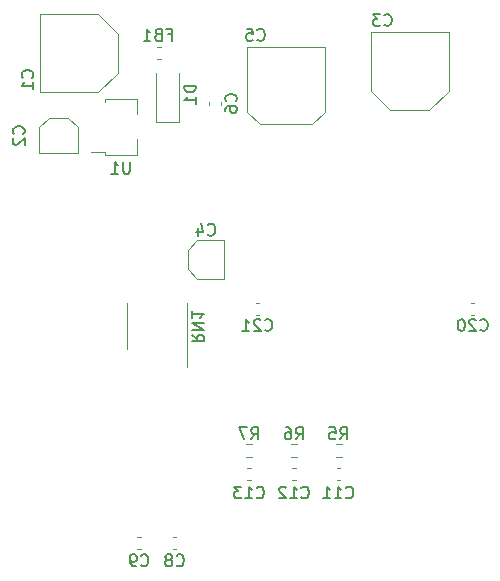
<source format=gbr>
%TF.GenerationSoftware,KiCad,Pcbnew,(5.1.10)-1*%
%TF.CreationDate,2022-02-04T20:39:48+09:00*%
%TF.ProjectId,Power,506f7765-722e-46b6-9963-61645f706362,rev?*%
%TF.SameCoordinates,Original*%
%TF.FileFunction,Legend,Bot*%
%TF.FilePolarity,Positive*%
%FSLAX46Y46*%
G04 Gerber Fmt 4.6, Leading zero omitted, Abs format (unit mm)*
G04 Created by KiCad (PCBNEW (5.1.10)-1) date 2022-02-04 20:39:48*
%MOMM*%
%LPD*%
G01*
G04 APERTURE LIST*
%ADD10C,0.120000*%
%ADD11C,0.150000*%
G04 APERTURE END LIST*
D10*
%TO.C,C1*%
X-17900000Y22650000D02*
X-17900000Y19350000D01*
X-17900000Y19350000D02*
X-14600000Y19350000D01*
X-17900000Y22650000D02*
X-17900000Y25950000D01*
X-17900000Y25950000D02*
X-14600000Y25950000D01*
X-11300000Y21000000D02*
X-12950000Y19350000D01*
X-14600000Y19350000D02*
X-12950000Y19350000D01*
X-11300000Y21000000D02*
X-11300000Y24300000D01*
X-11300000Y24300000D02*
X-12950000Y25950000D01*
X-12950000Y25950000D02*
X-14600000Y25950000D01*
%TO.C,C2*%
X-18000000Y16400000D02*
X-18000000Y14150000D01*
X-15525000Y17150000D02*
X-17175000Y17150000D01*
X-14700000Y16400000D02*
X-14700000Y14150000D01*
X-17175000Y17150000D02*
X-18000000Y16400000D01*
X-14700000Y16400000D02*
X-15525000Y17150000D01*
X-14700000Y14150000D02*
X-18000000Y14150000D01*
%TO.C,C3*%
X13400000Y24400000D02*
X10100000Y24400000D01*
X10100000Y24400000D02*
X10100000Y21100000D01*
X13400000Y24400000D02*
X16700000Y24400000D01*
X16700000Y24400000D02*
X16700000Y21100000D01*
X11750000Y17800000D02*
X10100000Y19450000D01*
X10100000Y21100000D02*
X10100000Y19450000D01*
X11750000Y17800000D02*
X15050000Y17800000D01*
X15050000Y17800000D02*
X16700000Y19450000D01*
X16700000Y19450000D02*
X16700000Y21100000D01*
%TO.C,C4*%
X-2350000Y6800000D02*
X-2350000Y3500000D01*
X-4600000Y6800000D02*
X-5350000Y5975000D01*
X-5350000Y4325000D02*
X-4600000Y3500000D01*
X-4600000Y6800000D02*
X-2350000Y6800000D01*
X-5350000Y5975000D02*
X-5350000Y4325000D01*
X-4600000Y3500000D02*
X-2350000Y3500000D01*
%TO.C,C5*%
X-400000Y23200000D02*
X6200000Y23200000D01*
X6200000Y23200000D02*
X6200000Y17700000D01*
X6200000Y17700000D02*
X5100000Y16600000D01*
X5100000Y16600000D02*
X700000Y16600000D01*
X700000Y16600000D02*
X-400000Y17700000D01*
X-400000Y17700000D02*
X-400000Y23200000D01*
%TO.C,C6*%
X-3610000Y18259420D02*
X-3610000Y18540580D01*
X-2590000Y18259420D02*
X-2590000Y18540580D01*
%TO.C,C8*%
X-6359420Y-18290000D02*
X-6640580Y-18290000D01*
X-6359420Y-19310000D02*
X-6640580Y-19310000D01*
%TO.C,C9*%
X-9640580Y-18290000D02*
X-9359420Y-18290000D01*
X-9640580Y-19310000D02*
X-9359420Y-19310000D01*
%TO.C,C11*%
X7540580Y-13510000D02*
X7259420Y-13510000D01*
X7540580Y-12490000D02*
X7259420Y-12490000D01*
%TO.C,C12*%
X3740580Y-12490000D02*
X3459420Y-12490000D01*
X3740580Y-13510000D02*
X3459420Y-13510000D01*
%TO.C,C13*%
X-59420Y-12490000D02*
X-340580Y-12490000D01*
X-59420Y-13510000D02*
X-340580Y-13510000D01*
%TO.C,C20*%
X18609420Y490000D02*
X18890580Y490000D01*
X18609420Y1510000D02*
X18890580Y1510000D01*
%TO.C,C21*%
X359420Y1510000D02*
X640580Y1510000D01*
X359420Y490000D02*
X640580Y490000D01*
%TO.C,D1*%
X-8100000Y16837500D02*
X-8100000Y21000000D01*
X-6100000Y16837500D02*
X-8100000Y16837500D01*
X-6100000Y21000000D02*
X-6100000Y16837500D01*
%TO.C,FB1*%
X-8012779Y22140000D02*
X-7687221Y22140000D01*
X-8012779Y23160000D02*
X-7687221Y23160000D01*
%TO.C,R5*%
X7162742Y-10477500D02*
X7637258Y-10477500D01*
X7162742Y-11522500D02*
X7637258Y-11522500D01*
%TO.C,R6*%
X3362742Y-10477500D02*
X3837258Y-10477500D01*
X3362742Y-11522500D02*
X3837258Y-11522500D01*
%TO.C,R7*%
X-437258Y-10477500D02*
X37258Y-10477500D01*
X-437258Y-11522500D02*
X37258Y-11522500D01*
%TO.C,RN1*%
X-10560000Y-500000D02*
X-10560000Y1450000D01*
X-10560000Y-500000D02*
X-10560000Y-2450000D01*
X-5440000Y-500000D02*
X-5440000Y1450000D01*
X-5440000Y-500000D02*
X-5440000Y-3950000D01*
%TO.C,U1*%
X-9690000Y17450000D02*
X-9690000Y18760000D01*
X-9690000Y18760000D02*
X-12410000Y18760000D01*
X-13550000Y14270000D02*
X-12410000Y14270000D01*
X-9690000Y14040000D02*
X-9690000Y15350000D01*
X-12410000Y14040000D02*
X-9690000Y14040000D01*
X-12410000Y14040000D02*
X-12410000Y14270000D01*
X-12410000Y18760000D02*
X-12410000Y18530000D01*
%TO.C,C1*%
D11*
X-18542857Y20566666D02*
X-18495238Y20614285D01*
X-18447619Y20757142D01*
X-18447619Y20852380D01*
X-18495238Y20995238D01*
X-18590476Y21090476D01*
X-18685714Y21138095D01*
X-18876190Y21185714D01*
X-19019047Y21185714D01*
X-19209523Y21138095D01*
X-19304761Y21090476D01*
X-19400000Y20995238D01*
X-19447619Y20852380D01*
X-19447619Y20757142D01*
X-19400000Y20614285D01*
X-19352380Y20566666D01*
X-18447619Y19614285D02*
X-18447619Y20185714D01*
X-18447619Y19900000D02*
X-19447619Y19900000D01*
X-19304761Y19995238D01*
X-19209523Y20090476D01*
X-19161904Y20185714D01*
%TO.C,C2*%
X-19292857Y15816666D02*
X-19245238Y15864285D01*
X-19197619Y16007142D01*
X-19197619Y16102380D01*
X-19245238Y16245238D01*
X-19340476Y16340476D01*
X-19435714Y16388095D01*
X-19626190Y16435714D01*
X-19769047Y16435714D01*
X-19959523Y16388095D01*
X-20054761Y16340476D01*
X-20150000Y16245238D01*
X-20197619Y16102380D01*
X-20197619Y16007142D01*
X-20150000Y15864285D01*
X-20102380Y15816666D01*
X-20102380Y15435714D02*
X-20150000Y15388095D01*
X-20197619Y15292857D01*
X-20197619Y15054761D01*
X-20150000Y14959523D01*
X-20102380Y14911904D01*
X-20007142Y14864285D01*
X-19911904Y14864285D01*
X-19769047Y14911904D01*
X-19197619Y15483333D01*
X-19197619Y14864285D01*
%TO.C,C3*%
X11266666Y25042857D02*
X11314285Y24995238D01*
X11457142Y24947619D01*
X11552380Y24947619D01*
X11695238Y24995238D01*
X11790476Y25090476D01*
X11838095Y25185714D01*
X11885714Y25376190D01*
X11885714Y25519047D01*
X11838095Y25709523D01*
X11790476Y25804761D01*
X11695238Y25900000D01*
X11552380Y25947619D01*
X11457142Y25947619D01*
X11314285Y25900000D01*
X11266666Y25852380D01*
X10933333Y25947619D02*
X10314285Y25947619D01*
X10647619Y25566666D01*
X10504761Y25566666D01*
X10409523Y25519047D01*
X10361904Y25471428D01*
X10314285Y25376190D01*
X10314285Y25138095D01*
X10361904Y25042857D01*
X10409523Y24995238D01*
X10504761Y24947619D01*
X10790476Y24947619D01*
X10885714Y24995238D01*
X10933333Y25042857D01*
%TO.C,C4*%
X-3683333Y7292857D02*
X-3635714Y7245238D01*
X-3492857Y7197619D01*
X-3397619Y7197619D01*
X-3254761Y7245238D01*
X-3159523Y7340476D01*
X-3111904Y7435714D01*
X-3064285Y7626190D01*
X-3064285Y7769047D01*
X-3111904Y7959523D01*
X-3159523Y8054761D01*
X-3254761Y8150000D01*
X-3397619Y8197619D01*
X-3492857Y8197619D01*
X-3635714Y8150000D01*
X-3683333Y8102380D01*
X-4540476Y7864285D02*
X-4540476Y7197619D01*
X-4302380Y8245238D02*
X-4064285Y7530952D01*
X-4683333Y7530952D01*
%TO.C,C5*%
X516666Y23792857D02*
X564285Y23745238D01*
X707142Y23697619D01*
X802380Y23697619D01*
X945238Y23745238D01*
X1040476Y23840476D01*
X1088095Y23935714D01*
X1135714Y24126190D01*
X1135714Y24269047D01*
X1088095Y24459523D01*
X1040476Y24554761D01*
X945238Y24650000D01*
X802380Y24697619D01*
X707142Y24697619D01*
X564285Y24650000D01*
X516666Y24602380D01*
X-388095Y24697619D02*
X88095Y24697619D01*
X135714Y24221428D01*
X88095Y24269047D01*
X-7142Y24316666D01*
X-245238Y24316666D01*
X-340476Y24269047D01*
X-388095Y24221428D01*
X-435714Y24126190D01*
X-435714Y23888095D01*
X-388095Y23792857D01*
X-340476Y23745238D01*
X-245238Y23697619D01*
X-7142Y23697619D01*
X88095Y23745238D01*
X135714Y23792857D01*
%TO.C,C6*%
X-1312857Y18566666D02*
X-1265238Y18614285D01*
X-1217619Y18757142D01*
X-1217619Y18852380D01*
X-1265238Y18995238D01*
X-1360476Y19090476D01*
X-1455714Y19138095D01*
X-1646190Y19185714D01*
X-1789047Y19185714D01*
X-1979523Y19138095D01*
X-2074761Y19090476D01*
X-2170000Y18995238D01*
X-2217619Y18852380D01*
X-2217619Y18757142D01*
X-2170000Y18614285D01*
X-2122380Y18566666D01*
X-2217619Y17709523D02*
X-2217619Y17900000D01*
X-2170000Y17995238D01*
X-2122380Y18042857D01*
X-1979523Y18138095D01*
X-1789047Y18185714D01*
X-1408095Y18185714D01*
X-1312857Y18138095D01*
X-1265238Y18090476D01*
X-1217619Y17995238D01*
X-1217619Y17804761D01*
X-1265238Y17709523D01*
X-1312857Y17661904D01*
X-1408095Y17614285D01*
X-1646190Y17614285D01*
X-1741428Y17661904D01*
X-1789047Y17709523D01*
X-1836666Y17804761D01*
X-1836666Y17995238D01*
X-1789047Y18090476D01*
X-1741428Y18138095D01*
X-1646190Y18185714D01*
%TO.C,C8*%
X-6333333Y-20707142D02*
X-6285714Y-20754761D01*
X-6142857Y-20802380D01*
X-6047619Y-20802380D01*
X-5904761Y-20754761D01*
X-5809523Y-20659523D01*
X-5761904Y-20564285D01*
X-5714285Y-20373809D01*
X-5714285Y-20230952D01*
X-5761904Y-20040476D01*
X-5809523Y-19945238D01*
X-5904761Y-19850000D01*
X-6047619Y-19802380D01*
X-6142857Y-19802380D01*
X-6285714Y-19850000D01*
X-6333333Y-19897619D01*
X-6904761Y-20230952D02*
X-6809523Y-20183333D01*
X-6761904Y-20135714D01*
X-6714285Y-20040476D01*
X-6714285Y-19992857D01*
X-6761904Y-19897619D01*
X-6809523Y-19850000D01*
X-6904761Y-19802380D01*
X-7095238Y-19802380D01*
X-7190476Y-19850000D01*
X-7238095Y-19897619D01*
X-7285714Y-19992857D01*
X-7285714Y-20040476D01*
X-7238095Y-20135714D01*
X-7190476Y-20183333D01*
X-7095238Y-20230952D01*
X-6904761Y-20230952D01*
X-6809523Y-20278571D01*
X-6761904Y-20326190D01*
X-6714285Y-20421428D01*
X-6714285Y-20611904D01*
X-6761904Y-20707142D01*
X-6809523Y-20754761D01*
X-6904761Y-20802380D01*
X-7095238Y-20802380D01*
X-7190476Y-20754761D01*
X-7238095Y-20707142D01*
X-7285714Y-20611904D01*
X-7285714Y-20421428D01*
X-7238095Y-20326190D01*
X-7190476Y-20278571D01*
X-7095238Y-20230952D01*
%TO.C,C9*%
X-9333333Y-20707142D02*
X-9285714Y-20754761D01*
X-9142857Y-20802380D01*
X-9047619Y-20802380D01*
X-8904761Y-20754761D01*
X-8809523Y-20659523D01*
X-8761904Y-20564285D01*
X-8714285Y-20373809D01*
X-8714285Y-20230952D01*
X-8761904Y-20040476D01*
X-8809523Y-19945238D01*
X-8904761Y-19850000D01*
X-9047619Y-19802380D01*
X-9142857Y-19802380D01*
X-9285714Y-19850000D01*
X-9333333Y-19897619D01*
X-9809523Y-20802380D02*
X-10000000Y-20802380D01*
X-10095238Y-20754761D01*
X-10142857Y-20707142D01*
X-10238095Y-20564285D01*
X-10285714Y-20373809D01*
X-10285714Y-19992857D01*
X-10238095Y-19897619D01*
X-10190476Y-19850000D01*
X-10095238Y-19802380D01*
X-9904761Y-19802380D01*
X-9809523Y-19850000D01*
X-9761904Y-19897619D01*
X-9714285Y-19992857D01*
X-9714285Y-20230952D01*
X-9761904Y-20326190D01*
X-9809523Y-20373809D01*
X-9904761Y-20421428D01*
X-10095238Y-20421428D01*
X-10190476Y-20373809D01*
X-10238095Y-20326190D01*
X-10285714Y-20230952D01*
%TO.C,C11*%
X7992857Y-14957142D02*
X8040476Y-15004761D01*
X8183333Y-15052380D01*
X8278571Y-15052380D01*
X8421428Y-15004761D01*
X8516666Y-14909523D01*
X8564285Y-14814285D01*
X8611904Y-14623809D01*
X8611904Y-14480952D01*
X8564285Y-14290476D01*
X8516666Y-14195238D01*
X8421428Y-14100000D01*
X8278571Y-14052380D01*
X8183333Y-14052380D01*
X8040476Y-14100000D01*
X7992857Y-14147619D01*
X7040476Y-15052380D02*
X7611904Y-15052380D01*
X7326190Y-15052380D02*
X7326190Y-14052380D01*
X7421428Y-14195238D01*
X7516666Y-14290476D01*
X7611904Y-14338095D01*
X6088095Y-15052380D02*
X6659523Y-15052380D01*
X6373809Y-15052380D02*
X6373809Y-14052380D01*
X6469047Y-14195238D01*
X6564285Y-14290476D01*
X6659523Y-14338095D01*
%TO.C,C12*%
X4242857Y-14957142D02*
X4290476Y-15004761D01*
X4433333Y-15052380D01*
X4528571Y-15052380D01*
X4671428Y-15004761D01*
X4766666Y-14909523D01*
X4814285Y-14814285D01*
X4861904Y-14623809D01*
X4861904Y-14480952D01*
X4814285Y-14290476D01*
X4766666Y-14195238D01*
X4671428Y-14100000D01*
X4528571Y-14052380D01*
X4433333Y-14052380D01*
X4290476Y-14100000D01*
X4242857Y-14147619D01*
X3290476Y-15052380D02*
X3861904Y-15052380D01*
X3576190Y-15052380D02*
X3576190Y-14052380D01*
X3671428Y-14195238D01*
X3766666Y-14290476D01*
X3861904Y-14338095D01*
X2909523Y-14147619D02*
X2861904Y-14100000D01*
X2766666Y-14052380D01*
X2528571Y-14052380D01*
X2433333Y-14100000D01*
X2385714Y-14147619D01*
X2338095Y-14242857D01*
X2338095Y-14338095D01*
X2385714Y-14480952D01*
X2957142Y-15052380D01*
X2338095Y-15052380D01*
%TO.C,C13*%
X442857Y-14957142D02*
X490476Y-15004761D01*
X633333Y-15052380D01*
X728571Y-15052380D01*
X871428Y-15004761D01*
X966666Y-14909523D01*
X1014285Y-14814285D01*
X1061904Y-14623809D01*
X1061904Y-14480952D01*
X1014285Y-14290476D01*
X966666Y-14195238D01*
X871428Y-14100000D01*
X728571Y-14052380D01*
X633333Y-14052380D01*
X490476Y-14100000D01*
X442857Y-14147619D01*
X-509523Y-15052380D02*
X61904Y-15052380D01*
X-223809Y-15052380D02*
X-223809Y-14052380D01*
X-128571Y-14195238D01*
X-33333Y-14290476D01*
X61904Y-14338095D01*
X-842857Y-14052380D02*
X-1461904Y-14052380D01*
X-1128571Y-14433333D01*
X-1271428Y-14433333D01*
X-1366666Y-14480952D01*
X-1414285Y-14528571D01*
X-1461904Y-14623809D01*
X-1461904Y-14861904D01*
X-1414285Y-14957142D01*
X-1366666Y-15004761D01*
X-1271428Y-15052380D01*
X-985714Y-15052380D01*
X-890476Y-15004761D01*
X-842857Y-14957142D01*
%TO.C,C20*%
X19392857Y-787142D02*
X19440476Y-834761D01*
X19583333Y-882380D01*
X19678571Y-882380D01*
X19821428Y-834761D01*
X19916666Y-739523D01*
X19964285Y-644285D01*
X20011904Y-453809D01*
X20011904Y-310952D01*
X19964285Y-120476D01*
X19916666Y-25238D01*
X19821428Y70000D01*
X19678571Y117619D01*
X19583333Y117619D01*
X19440476Y70000D01*
X19392857Y22380D01*
X19011904Y22380D02*
X18964285Y70000D01*
X18869047Y117619D01*
X18630952Y117619D01*
X18535714Y70000D01*
X18488095Y22380D01*
X18440476Y-72857D01*
X18440476Y-168095D01*
X18488095Y-310952D01*
X19059523Y-882380D01*
X18440476Y-882380D01*
X17821428Y117619D02*
X17726190Y117619D01*
X17630952Y70000D01*
X17583333Y22380D01*
X17535714Y-72857D01*
X17488095Y-263333D01*
X17488095Y-501428D01*
X17535714Y-691904D01*
X17583333Y-787142D01*
X17630952Y-834761D01*
X17726190Y-882380D01*
X17821428Y-882380D01*
X17916666Y-834761D01*
X17964285Y-787142D01*
X18011904Y-691904D01*
X18059523Y-501428D01*
X18059523Y-263333D01*
X18011904Y-72857D01*
X17964285Y22380D01*
X17916666Y70000D01*
X17821428Y117619D01*
%TO.C,C21*%
X1142857Y-787142D02*
X1190476Y-834761D01*
X1333333Y-882380D01*
X1428571Y-882380D01*
X1571428Y-834761D01*
X1666666Y-739523D01*
X1714285Y-644285D01*
X1761904Y-453809D01*
X1761904Y-310952D01*
X1714285Y-120476D01*
X1666666Y-25238D01*
X1571428Y70000D01*
X1428571Y117619D01*
X1333333Y117619D01*
X1190476Y70000D01*
X1142857Y22380D01*
X761904Y22380D02*
X714285Y70000D01*
X619047Y117619D01*
X380952Y117619D01*
X285714Y70000D01*
X238095Y22380D01*
X190476Y-72857D01*
X190476Y-168095D01*
X238095Y-310952D01*
X809523Y-882380D01*
X190476Y-882380D01*
X-761904Y-882380D02*
X-190476Y-882380D01*
X-476190Y-882380D02*
X-476190Y117619D01*
X-380952Y-25238D01*
X-285714Y-120476D01*
X-190476Y-168095D01*
%TO.C,D1*%
X-4697619Y19888095D02*
X-5697619Y19888095D01*
X-5697619Y19650000D01*
X-5650000Y19507142D01*
X-5554761Y19411904D01*
X-5459523Y19364285D01*
X-5269047Y19316666D01*
X-5126190Y19316666D01*
X-4935714Y19364285D01*
X-4840476Y19411904D01*
X-4745238Y19507142D01*
X-4697619Y19650000D01*
X-4697619Y19888095D01*
X-4697619Y18364285D02*
X-4697619Y18935714D01*
X-4697619Y18650000D02*
X-5697619Y18650000D01*
X-5554761Y18745238D01*
X-5459523Y18840476D01*
X-5411904Y18935714D01*
%TO.C,FB1*%
X-7066666Y24221428D02*
X-6733333Y24221428D01*
X-6733333Y23697619D02*
X-6733333Y24697619D01*
X-7209523Y24697619D01*
X-7923809Y24221428D02*
X-8066666Y24173809D01*
X-8114285Y24126190D01*
X-8161904Y24030952D01*
X-8161904Y23888095D01*
X-8114285Y23792857D01*
X-8066666Y23745238D01*
X-7971428Y23697619D01*
X-7590476Y23697619D01*
X-7590476Y24697619D01*
X-7923809Y24697619D01*
X-8019047Y24650000D01*
X-8066666Y24602380D01*
X-8114285Y24507142D01*
X-8114285Y24411904D01*
X-8066666Y24316666D01*
X-8019047Y24269047D01*
X-7923809Y24221428D01*
X-7590476Y24221428D01*
X-9114285Y23697619D02*
X-8542857Y23697619D01*
X-8828571Y23697619D02*
X-8828571Y24697619D01*
X-8733333Y24554761D01*
X-8638095Y24459523D01*
X-8542857Y24411904D01*
%TO.C,R5*%
X7516666Y-10052380D02*
X7850000Y-9576190D01*
X8088095Y-10052380D02*
X8088095Y-9052380D01*
X7707142Y-9052380D01*
X7611904Y-9100000D01*
X7564285Y-9147619D01*
X7516666Y-9242857D01*
X7516666Y-9385714D01*
X7564285Y-9480952D01*
X7611904Y-9528571D01*
X7707142Y-9576190D01*
X8088095Y-9576190D01*
X6611904Y-9052380D02*
X7088095Y-9052380D01*
X7135714Y-9528571D01*
X7088095Y-9480952D01*
X6992857Y-9433333D01*
X6754761Y-9433333D01*
X6659523Y-9480952D01*
X6611904Y-9528571D01*
X6564285Y-9623809D01*
X6564285Y-9861904D01*
X6611904Y-9957142D01*
X6659523Y-10004761D01*
X6754761Y-10052380D01*
X6992857Y-10052380D01*
X7088095Y-10004761D01*
X7135714Y-9957142D01*
%TO.C,R6*%
X3766666Y-10052380D02*
X4100000Y-9576190D01*
X4338095Y-10052380D02*
X4338095Y-9052380D01*
X3957142Y-9052380D01*
X3861904Y-9100000D01*
X3814285Y-9147619D01*
X3766666Y-9242857D01*
X3766666Y-9385714D01*
X3814285Y-9480952D01*
X3861904Y-9528571D01*
X3957142Y-9576190D01*
X4338095Y-9576190D01*
X2909523Y-9052380D02*
X3100000Y-9052380D01*
X3195238Y-9100000D01*
X3242857Y-9147619D01*
X3338095Y-9290476D01*
X3385714Y-9480952D01*
X3385714Y-9861904D01*
X3338095Y-9957142D01*
X3290476Y-10004761D01*
X3195238Y-10052380D01*
X3004761Y-10052380D01*
X2909523Y-10004761D01*
X2861904Y-9957142D01*
X2814285Y-9861904D01*
X2814285Y-9623809D01*
X2861904Y-9528571D01*
X2909523Y-9480952D01*
X3004761Y-9433333D01*
X3195238Y-9433333D01*
X3290476Y-9480952D01*
X3338095Y-9528571D01*
X3385714Y-9623809D01*
%TO.C,R7*%
X-33333Y-10052380D02*
X300000Y-9576190D01*
X538095Y-10052380D02*
X538095Y-9052380D01*
X157142Y-9052380D01*
X61904Y-9100000D01*
X14285Y-9147619D01*
X-33333Y-9242857D01*
X-33333Y-9385714D01*
X14285Y-9480952D01*
X61904Y-9528571D01*
X157142Y-9576190D01*
X538095Y-9576190D01*
X-366666Y-9052380D02*
X-1033333Y-9052380D01*
X-604761Y-10052380D01*
%TO.C,RN1*%
X-5052380Y-1190476D02*
X-4576190Y-1523809D01*
X-5052380Y-1761904D02*
X-4052380Y-1761904D01*
X-4052380Y-1380952D01*
X-4100000Y-1285714D01*
X-4147619Y-1238095D01*
X-4242857Y-1190476D01*
X-4385714Y-1190476D01*
X-4480952Y-1238095D01*
X-4528571Y-1285714D01*
X-4576190Y-1380952D01*
X-4576190Y-1761904D01*
X-5052380Y-761904D02*
X-4052380Y-761904D01*
X-5052380Y-190476D01*
X-4052380Y-190476D01*
X-5052380Y809523D02*
X-5052380Y238095D01*
X-5052380Y523809D02*
X-4052380Y523809D01*
X-4195238Y428571D01*
X-4290476Y333333D01*
X-4338095Y238095D01*
%TO.C,U1*%
X-10288095Y13447619D02*
X-10288095Y12638095D01*
X-10335714Y12542857D01*
X-10383333Y12495238D01*
X-10478571Y12447619D01*
X-10669047Y12447619D01*
X-10764285Y12495238D01*
X-10811904Y12542857D01*
X-10859523Y12638095D01*
X-10859523Y13447619D01*
X-11859523Y12447619D02*
X-11288095Y12447619D01*
X-11573809Y12447619D02*
X-11573809Y13447619D01*
X-11478571Y13304761D01*
X-11383333Y13209523D01*
X-11288095Y13161904D01*
%TD*%
M02*

</source>
